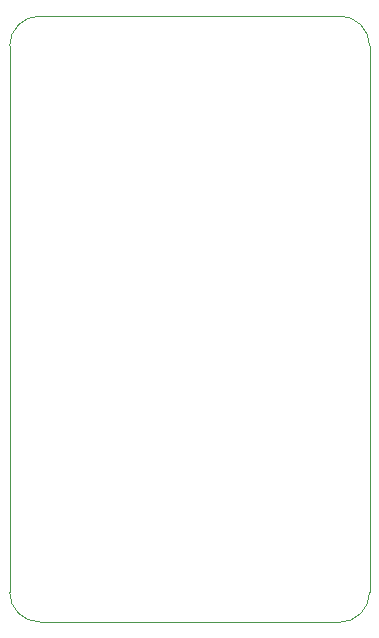
<source format=gm1>
%TF.GenerationSoftware,KiCad,Pcbnew,(6.0.0)*%
%TF.CreationDate,2022-02-23T23:52:20-08:00*%
%TF.ProjectId,motor-controller,6d6f746f-722d-4636-9f6e-74726f6c6c65,rev?*%
%TF.SameCoordinates,Original*%
%TF.FileFunction,Profile,NP*%
%FSLAX46Y46*%
G04 Gerber Fmt 4.6, Leading zero omitted, Abs format (unit mm)*
G04 Created by KiCad (PCBNEW (6.0.0)) date 2022-02-23 23:52:20*
%MOMM*%
%LPD*%
G01*
G04 APERTURE LIST*
%TA.AperFunction,Profile*%
%ADD10C,0.100000*%
%TD*%
G04 APERTURE END LIST*
D10*
X172212000Y-141224000D02*
G75*
G03*
X169672000Y-138684000I-2540001J-1D01*
G01*
X144272000Y-189992000D02*
X169672000Y-190010051D01*
X144272000Y-138684000D02*
G75*
G03*
X141732000Y-141224000I1J-2540001D01*
G01*
X172212000Y-187452000D02*
X172212000Y-141224000D01*
X169672000Y-190010051D02*
G75*
G03*
X172212000Y-187470051I-1J2540001D01*
G01*
X141732000Y-141224000D02*
X141732000Y-187452000D01*
X169672000Y-138684000D02*
X144272000Y-138684000D01*
X141732000Y-187452000D02*
G75*
G03*
X144272000Y-189992000I2540001J1D01*
G01*
M02*

</source>
